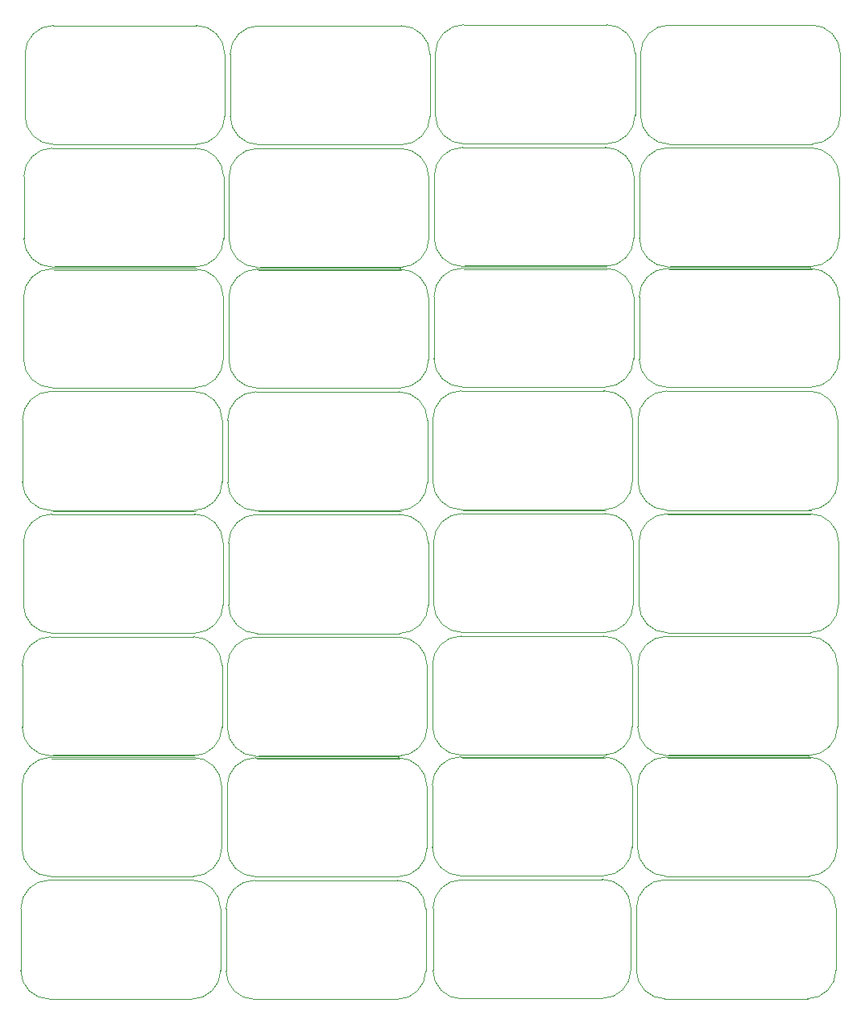
<source format=gbr>
%TF.GenerationSoftware,KiCad,Pcbnew,8.0.4*%
%TF.CreationDate,2024-08-16T15:36:08-07:00*%
%TF.ProjectId,LED2 full perf board,4c454432-2066-4756-9c6c-207065726620,rev?*%
%TF.SameCoordinates,Original*%
%TF.FileFunction,Profile,NP*%
%FSLAX46Y46*%
G04 Gerber Fmt 4.6, Leading zero omitted, Abs format (unit mm)*
G04 Created by KiCad (PCBNEW 8.0.4) date 2024-08-16 15:36:08*
%MOMM*%
%LPD*%
G01*
G04 APERTURE LIST*
%TA.AperFunction,Profile*%
%ADD10C,0.050000*%
%TD*%
G04 APERTURE END LIST*
D10*
X178051320Y-86876320D02*
X163051320Y-86876320D01*
X162930000Y-99755000D02*
G75*
G02*
X159930000Y-96755000I1J3000001D01*
G01*
X180930000Y-96755000D02*
G75*
G02*
X177930000Y-99755000I-3000001J1D01*
G01*
X177877500Y-125690000D02*
G75*
G02*
X180877500Y-128690000I-1J-3000001D01*
G01*
X162877500Y-138190000D02*
G75*
G02*
X159877500Y-135190000I1J3000001D01*
G01*
X180877500Y-135190000D02*
G75*
G02*
X177877500Y-138190000I-3000001J1D01*
G01*
X178200000Y-48825000D02*
G75*
G02*
X181200000Y-51825000I-1J-3000001D01*
G01*
X178200000Y-61325000D02*
X163200000Y-61325000D01*
X159877500Y-128690000D02*
G75*
G02*
X162877500Y-125690000I3000001J-1D01*
G01*
X162756180Y-138568680D02*
X177756180Y-138568680D01*
X177756180Y-138568680D02*
G75*
G02*
X180756180Y-141568680I-1J-3000001D01*
G01*
X163200000Y-48825000D02*
X178200000Y-48825000D01*
X159756180Y-141568680D02*
G75*
G02*
X162756180Y-138568680I3000001J-1D01*
G01*
X177877500Y-138190000D02*
X162877500Y-138190000D01*
X163200000Y-61325000D02*
G75*
G02*
X160200000Y-58325000I1J3000001D01*
G01*
X160200000Y-58325000D02*
X160200000Y-51825000D01*
X180877500Y-128690000D02*
X180877500Y-135190000D01*
X159930000Y-90255000D02*
G75*
G02*
X162930000Y-87255000I3000001J-1D01*
G01*
X162877500Y-125690000D02*
X177877500Y-125690000D01*
X159877500Y-135190000D02*
X159877500Y-128690000D01*
X162756180Y-151068680D02*
G75*
G02*
X159756180Y-148068680I1J3000001D01*
G01*
X177756180Y-151068680D02*
X162756180Y-151068680D01*
X160200000Y-51825000D02*
G75*
G02*
X163200000Y-48825000I3000001J-1D01*
G01*
X177930000Y-87255000D02*
G75*
G02*
X180930000Y-90255000I-1J-3000001D01*
G01*
X160051320Y-83876320D02*
X160051320Y-77376320D01*
X159756180Y-148068680D02*
X159756180Y-141568680D01*
X162930000Y-87255000D02*
X177930000Y-87255000D01*
X180756180Y-148068680D02*
G75*
G02*
X177756180Y-151068680I-3000001J1D01*
G01*
X180756180Y-141568680D02*
X180756180Y-148068680D01*
X181200000Y-51825000D02*
X181200000Y-58325000D01*
X181200000Y-58325000D02*
G75*
G02*
X178200000Y-61325000I-3000001J1D01*
G01*
X178078680Y-61703680D02*
G75*
G02*
X181078680Y-64703680I-1J-3000001D01*
G01*
X180904860Y-116017360D02*
X180904860Y-122517360D01*
X178147500Y-99800000D02*
X163147500Y-99800000D01*
X160078680Y-71203680D02*
X160078680Y-64703680D01*
X178026180Y-100138680D02*
G75*
G02*
X181026180Y-103138680I-1J-3000001D01*
G01*
X177904860Y-113017360D02*
G75*
G02*
X180904860Y-116017360I-1J-3000001D01*
G01*
X178156180Y-125438680D02*
X163156180Y-125438680D01*
X163026180Y-100138680D02*
X178026180Y-100138680D01*
X163051320Y-86876320D02*
G75*
G02*
X160051320Y-83876320I1J3000001D01*
G01*
X177904860Y-125517360D02*
X162904860Y-125517360D01*
X163078680Y-74203680D02*
G75*
G02*
X160078680Y-71203680I1J3000001D01*
G01*
X181026180Y-109638680D02*
G75*
G02*
X178026180Y-112638680I-3000001J1D01*
G01*
X181026180Y-103138680D02*
X181026180Y-109638680D01*
X181051320Y-83876320D02*
G75*
G02*
X178051320Y-86876320I-3000001J1D01*
G01*
X163026180Y-100178680D02*
X178026180Y-100178680D01*
X178051320Y-74376320D02*
G75*
G02*
X181051320Y-77376320I-1J-3000001D01*
G01*
X180904860Y-122517360D02*
G75*
G02*
X177904860Y-125517360I-3000001J1D01*
G01*
X181078680Y-64703680D02*
X181078680Y-71203680D01*
X178078680Y-74203680D02*
X163078680Y-74203680D01*
X159904860Y-116017360D02*
G75*
G02*
X162904860Y-113017360I3000001J-1D01*
G01*
X159904860Y-122517360D02*
X159904860Y-116017360D01*
X163208680Y-74503680D02*
X178208680Y-74503680D01*
X178026180Y-112638680D02*
X163026180Y-112638680D01*
X163078680Y-61703680D02*
X178078680Y-61703680D01*
X162904860Y-125517360D02*
G75*
G02*
X159904860Y-122517360I1J3000001D01*
G01*
X159930000Y-96755000D02*
X159930000Y-90255000D01*
X163051320Y-74376320D02*
X178051320Y-74376320D01*
X162904860Y-113017360D02*
X177904860Y-113017360D01*
X160026180Y-103138680D02*
G75*
G02*
X163026180Y-100138680I3000001J-1D01*
G01*
X163026180Y-112638680D02*
G75*
G02*
X160026180Y-109638680I1J3000001D01*
G01*
X160026180Y-109638680D02*
X160026180Y-103138680D01*
X177930000Y-99755000D02*
X162930000Y-99755000D01*
X180930000Y-90255000D02*
X180930000Y-96755000D01*
X181078680Y-71203680D02*
G75*
G02*
X178078680Y-74203680I-3000001J1D01*
G01*
X178330000Y-74125000D02*
X163330000Y-74125000D01*
X160078680Y-64703680D02*
G75*
G02*
X163078680Y-61703680I3000001J-1D01*
G01*
X181051320Y-77376320D02*
X181051320Y-83876320D01*
X163034860Y-125817360D02*
X178034860Y-125817360D01*
X160051320Y-77376320D02*
G75*
G02*
X163051320Y-74376320I3000001J-1D01*
G01*
X156577500Y-99770000D02*
X141577500Y-99770000D01*
X159334860Y-115987360D02*
X159334860Y-122487360D01*
X138334860Y-122487360D02*
X138334860Y-115987360D01*
X141334860Y-112987360D02*
X156334860Y-112987360D01*
X156334860Y-125487360D02*
X141334860Y-125487360D01*
X156334860Y-112987360D02*
G75*
G02*
X159334860Y-115987360I-1J-3000001D01*
G01*
X141456180Y-100108680D02*
X156456180Y-100108680D01*
X159456180Y-109608680D02*
G75*
G02*
X156456180Y-112608680I-3000001J1D01*
G01*
X141456180Y-112608680D02*
G75*
G02*
X138456180Y-109608680I1J3000001D01*
G01*
X138456180Y-103108680D02*
G75*
G02*
X141456180Y-100108680I3000001J-1D01*
G01*
X141638680Y-74473680D02*
X156638680Y-74473680D01*
X159508680Y-64673680D02*
X159508680Y-71173680D01*
X141508680Y-74173680D02*
G75*
G02*
X138508680Y-71173680I1J3000001D01*
G01*
X156508680Y-61673680D02*
G75*
G02*
X159508680Y-64673680I-1J-3000001D01*
G01*
X156508680Y-74173680D02*
X141508680Y-74173680D01*
X141508680Y-61673680D02*
X156508680Y-61673680D01*
X141464860Y-125787360D02*
X156464860Y-125787360D01*
X141334860Y-125487360D02*
G75*
G02*
X138334860Y-122487360I1J3000001D01*
G01*
X156586180Y-125408680D02*
X141586180Y-125408680D01*
X138508680Y-64673680D02*
G75*
G02*
X141508680Y-61673680I3000001J-1D01*
G01*
X159508680Y-71173680D02*
G75*
G02*
X156508680Y-74173680I-3000001J1D01*
G01*
X138508680Y-71173680D02*
X138508680Y-64673680D01*
X141456180Y-100148680D02*
X156456180Y-100148680D01*
X138334860Y-115987360D02*
G75*
G02*
X141334860Y-112987360I3000001J-1D01*
G01*
X159334860Y-122487360D02*
G75*
G02*
X156334860Y-125487360I-3000001J1D01*
G01*
X159456180Y-103108680D02*
X159456180Y-109608680D01*
X138456180Y-109608680D02*
X138456180Y-103108680D01*
X156456180Y-100108680D02*
G75*
G02*
X159456180Y-103108680I-1J-3000001D01*
G01*
X156456180Y-112608680D02*
X141456180Y-112608680D01*
X156760000Y-74095000D02*
X141760000Y-74095000D01*
X159481320Y-77346320D02*
X159481320Y-83846320D01*
X138481320Y-77346320D02*
G75*
G02*
X141481320Y-74346320I3000001J-1D01*
G01*
X141481320Y-74346320D02*
X156481320Y-74346320D01*
X159360000Y-90225000D02*
X159360000Y-96725000D01*
X156360000Y-99725000D02*
X141360000Y-99725000D01*
X138360000Y-96725000D02*
X138360000Y-90225000D01*
X159481320Y-83846320D02*
G75*
G02*
X156481320Y-86846320I-3000001J1D01*
G01*
X141481320Y-86846320D02*
G75*
G02*
X138481320Y-83846320I1J3000001D01*
G01*
X156481320Y-74346320D02*
G75*
G02*
X159481320Y-77346320I-1J-3000001D01*
G01*
X156360000Y-87225000D02*
G75*
G02*
X159360000Y-90225000I-1J-3000001D01*
G01*
X138481320Y-83846320D02*
X138481320Y-77346320D01*
X141360000Y-87225000D02*
X156360000Y-87225000D01*
X156481320Y-86846320D02*
X141481320Y-86846320D01*
X141360000Y-99725000D02*
G75*
G02*
X138360000Y-96725000I1J3000001D01*
G01*
X159360000Y-96725000D02*
G75*
G02*
X156360000Y-99725000I-3000001J1D01*
G01*
X138360000Y-90225000D02*
G75*
G02*
X141360000Y-87225000I3000001J-1D01*
G01*
X156307500Y-125660000D02*
G75*
G02*
X159307500Y-128660000I-1J-3000001D01*
G01*
X141307500Y-125660000D02*
X156307500Y-125660000D01*
X141307500Y-138160000D02*
G75*
G02*
X138307500Y-135160000I1J3000001D01*
G01*
X156630000Y-48795000D02*
G75*
G02*
X159630000Y-51795000I-1J-3000001D01*
G01*
X156630000Y-61295000D02*
X141630000Y-61295000D01*
X138307500Y-128660000D02*
G75*
G02*
X141307500Y-125660000I3000001J-1D01*
G01*
X159307500Y-128660000D02*
X159307500Y-135160000D01*
X138307500Y-135160000D02*
X138307500Y-128660000D01*
X159307500Y-135160000D02*
G75*
G02*
X156307500Y-138160000I-3000001J1D01*
G01*
X141186180Y-138538680D02*
X156186180Y-138538680D01*
X156186180Y-138538680D02*
G75*
G02*
X159186180Y-141538680I-1J-3000001D01*
G01*
X141630000Y-48795000D02*
X156630000Y-48795000D01*
X138380000Y-141580000D02*
G75*
G02*
X141380000Y-138580000I3000001J-1D01*
G01*
X141380000Y-151080000D02*
G75*
G02*
X138380000Y-148080000I1J3000001D01*
G01*
X156307500Y-138160000D02*
X141307500Y-138160000D01*
X141630000Y-61295000D02*
G75*
G02*
X138630000Y-58295000I1J3000001D01*
G01*
X156186180Y-151038680D02*
X141186180Y-151038680D01*
X159630000Y-58295000D02*
G75*
G02*
X156630000Y-61295000I-3000001J1D01*
G01*
X138630000Y-51795000D02*
G75*
G02*
X141630000Y-48795000I3000001J-1D01*
G01*
X159186180Y-148038680D02*
G75*
G02*
X156186180Y-151038680I-3000001J1D01*
G01*
X159186180Y-141538680D02*
X159186180Y-148038680D01*
X138380000Y-148080000D02*
X138380000Y-141580000D01*
X159630000Y-51795000D02*
X159630000Y-58295000D01*
X138630000Y-58295000D02*
X138630000Y-51795000D01*
X135010000Y-99870000D02*
X120010000Y-99870000D01*
X137767360Y-116087360D02*
X137767360Y-122587360D01*
X116767360Y-122587360D02*
X116767360Y-116087360D01*
X119767360Y-113087360D02*
X134767360Y-113087360D01*
X134767360Y-125587360D02*
X119767360Y-125587360D01*
X134767360Y-113087360D02*
G75*
G02*
X137767360Y-116087360I-1J-3000001D01*
G01*
X119888680Y-100208680D02*
X134888680Y-100208680D01*
X137888680Y-109708680D02*
G75*
G02*
X134888680Y-112708680I-3000001J1D01*
G01*
X119888680Y-112708680D02*
G75*
G02*
X116888680Y-109708680I1J3000001D01*
G01*
X116888680Y-103208680D02*
G75*
G02*
X119888680Y-100208680I3000001J-1D01*
G01*
X120071180Y-74573680D02*
X135071180Y-74573680D01*
X137941180Y-64773680D02*
X137941180Y-71273680D01*
X119941180Y-74273680D02*
G75*
G02*
X116941180Y-71273680I1J3000001D01*
G01*
X134941180Y-61773680D02*
G75*
G02*
X137941180Y-64773680I-1J-3000001D01*
G01*
X134941180Y-74273680D02*
X119941180Y-74273680D01*
X119941180Y-61773680D02*
X134941180Y-61773680D01*
X119897360Y-125887360D02*
X134897360Y-125887360D01*
X119767360Y-125587360D02*
G75*
G02*
X116767360Y-122587360I1J3000001D01*
G01*
X135018680Y-125508680D02*
X120018680Y-125508680D01*
X116941180Y-64773680D02*
G75*
G02*
X119941180Y-61773680I3000001J-1D01*
G01*
X137941180Y-71273680D02*
G75*
G02*
X134941180Y-74273680I-3000001J1D01*
G01*
X116941180Y-71273680D02*
X116941180Y-64773680D01*
X119888680Y-100248680D02*
X134888680Y-100248680D01*
X116767360Y-116087360D02*
G75*
G02*
X119767360Y-113087360I3000001J-1D01*
G01*
X137767360Y-122587360D02*
G75*
G02*
X134767360Y-125587360I-3000001J1D01*
G01*
X137888680Y-103208680D02*
X137888680Y-109708680D01*
X116888680Y-109708680D02*
X116888680Y-103208680D01*
X134888680Y-100208680D02*
G75*
G02*
X137888680Y-103208680I-1J-3000001D01*
G01*
X134888680Y-112708680D02*
X119888680Y-112708680D01*
X135192500Y-74195000D02*
X120192500Y-74195000D01*
X137913820Y-77446320D02*
X137913820Y-83946320D01*
X116913820Y-77446320D02*
G75*
G02*
X119913820Y-74446320I3000001J-1D01*
G01*
X119913820Y-74446320D02*
X134913820Y-74446320D01*
X137792500Y-90325000D02*
X137792500Y-96825000D01*
X134792500Y-99825000D02*
X119792500Y-99825000D01*
X116792500Y-96825000D02*
X116792500Y-90325000D01*
X137913820Y-83946320D02*
G75*
G02*
X134913820Y-86946320I-3000001J1D01*
G01*
X119913820Y-86946320D02*
G75*
G02*
X116913820Y-83946320I1J3000001D01*
G01*
X134913820Y-74446320D02*
G75*
G02*
X137913820Y-77446320I-1J-3000001D01*
G01*
X134792500Y-87325000D02*
G75*
G02*
X137792500Y-90325000I-1J-3000001D01*
G01*
X116913820Y-83946320D02*
X116913820Y-77446320D01*
X119792500Y-87325000D02*
X134792500Y-87325000D01*
X134913820Y-86946320D02*
X119913820Y-86946320D01*
X119792500Y-99825000D02*
G75*
G02*
X116792500Y-96825000I1J3000001D01*
G01*
X137792500Y-96825000D02*
G75*
G02*
X134792500Y-99825000I-3000001J1D01*
G01*
X116792500Y-90325000D02*
G75*
G02*
X119792500Y-87325000I3000001J-1D01*
G01*
X134740000Y-125760000D02*
G75*
G02*
X137740000Y-128760000I-1J-3000001D01*
G01*
X119740000Y-125760000D02*
X134740000Y-125760000D01*
X119740000Y-138260000D02*
G75*
G02*
X116740000Y-135260000I1J3000001D01*
G01*
X135062500Y-48895000D02*
G75*
G02*
X138062500Y-51895000I-1J-3000001D01*
G01*
X135062500Y-61395000D02*
X120062500Y-61395000D01*
X116740000Y-128760000D02*
G75*
G02*
X119740000Y-125760000I3000001J-1D01*
G01*
X137740000Y-128760000D02*
X137740000Y-135260000D01*
X116740000Y-135260000D02*
X116740000Y-128760000D01*
X137740000Y-135260000D02*
G75*
G02*
X134740000Y-138260000I-3000001J1D01*
G01*
X119618680Y-138638680D02*
X134618680Y-138638680D01*
X134618680Y-138638680D02*
G75*
G02*
X137618680Y-141638680I-1J-3000001D01*
G01*
X120062500Y-48895000D02*
X135062500Y-48895000D01*
X116618680Y-141638680D02*
G75*
G02*
X119618680Y-138638680I3000001J-1D01*
G01*
X119618680Y-151138680D02*
G75*
G02*
X116618680Y-148138680I1J3000001D01*
G01*
X134740000Y-138260000D02*
X119740000Y-138260000D01*
X120062500Y-61395000D02*
G75*
G02*
X117062500Y-58395000I1J3000001D01*
G01*
X134618680Y-151138680D02*
X119618680Y-151138680D01*
X138062500Y-58395000D02*
G75*
G02*
X135062500Y-61395000I-3000001J1D01*
G01*
X117062500Y-51895000D02*
G75*
G02*
X120062500Y-48895000I3000001J-1D01*
G01*
X137618680Y-148138680D02*
G75*
G02*
X134618680Y-151138680I-3000001J1D01*
G01*
X137618680Y-141638680D02*
X137618680Y-148138680D01*
X116618680Y-148138680D02*
X116618680Y-141638680D01*
X138062500Y-51895000D02*
X138062500Y-58395000D01*
X117062500Y-58395000D02*
X117062500Y-51895000D01*
X113440000Y-99840000D02*
X98440000Y-99840000D01*
X98318680Y-100218680D02*
X113318680Y-100218680D01*
X98327360Y-125857360D02*
X113327360Y-125857360D01*
X116197360Y-116057360D02*
X116197360Y-122557360D01*
X95197360Y-116057360D02*
G75*
G02*
X98197360Y-113057360I3000001J-1D01*
G01*
X95197360Y-122557360D02*
X95197360Y-116057360D01*
X98197360Y-125557360D02*
G75*
G02*
X95197360Y-122557360I1J3000001D01*
G01*
X98197360Y-113057360D02*
X113197360Y-113057360D01*
X113197360Y-125557360D02*
X98197360Y-125557360D01*
X116197360Y-122557360D02*
G75*
G02*
X113197360Y-125557360I-3000001J1D01*
G01*
X113448680Y-125478680D02*
X98448680Y-125478680D01*
X113197360Y-113057360D02*
G75*
G02*
X116197360Y-116057360I-1J-3000001D01*
G01*
X116318680Y-103178680D02*
X116318680Y-109678680D01*
X98318680Y-100178680D02*
X113318680Y-100178680D01*
X95318680Y-109678680D02*
X95318680Y-103178680D01*
X116318680Y-109678680D02*
G75*
G02*
X113318680Y-112678680I-3000001J1D01*
G01*
X113318680Y-100178680D02*
G75*
G02*
X116318680Y-103178680I-1J-3000001D01*
G01*
X98318680Y-112678680D02*
G75*
G02*
X95318680Y-109678680I1J3000001D01*
G01*
X113318680Y-112678680D02*
X98318680Y-112678680D01*
X95318680Y-103178680D02*
G75*
G02*
X98318680Y-100178680I3000001J-1D01*
G01*
X113622500Y-74165000D02*
X98622500Y-74165000D01*
X98501180Y-74543680D02*
X113501180Y-74543680D01*
X116371180Y-64743680D02*
X116371180Y-71243680D01*
X95371180Y-64743680D02*
G75*
G02*
X98371180Y-61743680I3000001J-1D01*
G01*
X95371180Y-71243680D02*
X95371180Y-64743680D01*
X113371180Y-61743680D02*
G75*
G02*
X116371180Y-64743680I-1J-3000001D01*
G01*
X98371180Y-74243680D02*
G75*
G02*
X95371180Y-71243680I1J3000001D01*
G01*
X98371180Y-61743680D02*
X113371180Y-61743680D01*
X113371180Y-74243680D02*
X98371180Y-74243680D01*
X116371180Y-71243680D02*
G75*
G02*
X113371180Y-74243680I-3000001J1D01*
G01*
X116492500Y-58365000D02*
G75*
G02*
X113492500Y-61365000I-3000001J1D01*
G01*
X113492500Y-48865000D02*
G75*
G02*
X116492500Y-51865000I-1J-3000001D01*
G01*
X116492500Y-51865000D02*
X116492500Y-58365000D01*
X98492500Y-48865000D02*
X113492500Y-48865000D01*
X95492500Y-51865000D02*
G75*
G02*
X98492500Y-48865000I3000001J-1D01*
G01*
X98492500Y-61365000D02*
G75*
G02*
X95492500Y-58365000I1J3000001D01*
G01*
X113492500Y-61365000D02*
X98492500Y-61365000D01*
X95492500Y-58365000D02*
X95492500Y-51865000D01*
X113048680Y-138608680D02*
G75*
G02*
X116048680Y-141608680I-1J-3000001D01*
G01*
X116048680Y-141608680D02*
X116048680Y-148108680D01*
X116048680Y-148108680D02*
G75*
G02*
X113048680Y-151108680I-3000001J1D01*
G01*
X95170000Y-128730000D02*
G75*
G02*
X98170000Y-125730000I3000001J-1D01*
G01*
X95170000Y-135230000D02*
X95170000Y-128730000D01*
X98170000Y-125730000D02*
X113170000Y-125730000D01*
X116170000Y-135230000D02*
G75*
G02*
X113170000Y-138230000I-3000001J1D01*
G01*
X95048680Y-141608680D02*
G75*
G02*
X98048680Y-138608680I3000001J-1D01*
G01*
X113170000Y-125730000D02*
G75*
G02*
X116170000Y-128730000I-1J-3000001D01*
G01*
X113048680Y-151108680D02*
X98048680Y-151108680D01*
X98170000Y-138230000D02*
G75*
G02*
X95170000Y-135230000I1J3000001D01*
G01*
X113170000Y-138230000D02*
X98170000Y-138230000D01*
X98048680Y-151108680D02*
G75*
G02*
X95048680Y-148108680I1J3000001D01*
G01*
X95048680Y-148108680D02*
X95048680Y-141608680D01*
X116170000Y-128730000D02*
X116170000Y-135230000D01*
X98048680Y-138608680D02*
X113048680Y-138608680D01*
X113222500Y-87295000D02*
G75*
G02*
X116222500Y-90295000I-1J-3000001D01*
G01*
X116222500Y-90295000D02*
X116222500Y-96795000D01*
X113222500Y-99795000D02*
X98222500Y-99795000D01*
X98222500Y-87295000D02*
X113222500Y-87295000D01*
X95222500Y-90295000D02*
G75*
G02*
X98222500Y-87295000I3000001J-1D01*
G01*
X98222500Y-99795000D02*
G75*
G02*
X95222500Y-96795000I1J3000001D01*
G01*
X116222500Y-96795000D02*
G75*
G02*
X113222500Y-99795000I-3000001J1D01*
G01*
X95222500Y-96795000D02*
X95222500Y-90295000D01*
X116343820Y-83916320D02*
G75*
G02*
X113343820Y-86916320I-3000001J1D01*
G01*
X95343820Y-77416320D02*
G75*
G02*
X98343820Y-74416320I3000001J-1D01*
G01*
X98343820Y-86916320D02*
G75*
G02*
X95343820Y-83916320I1J3000001D01*
G01*
X113343820Y-74416320D02*
G75*
G02*
X116343820Y-77416320I-1J-3000001D01*
G01*
X116343820Y-77416320D02*
X116343820Y-83916320D01*
X95343820Y-83916320D02*
X95343820Y-77416320D01*
X98343820Y-74416320D02*
X113343820Y-74416320D01*
X113343820Y-86916320D02*
X98343820Y-86916320D01*
M02*

</source>
